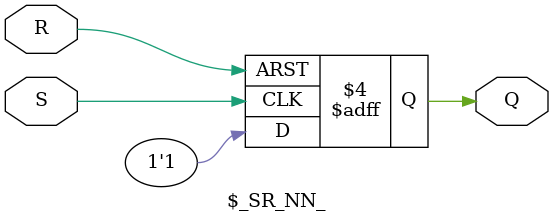
<source format=v>
module \$_SR_NN_ (S, R, Q);
input S, R;
output reg Q;
always @(negedge S, negedge R) begin
	if (R == 0)
		Q <= 0;
	else if (S == 0)
		Q <= 1;
end
endmodule

</source>
